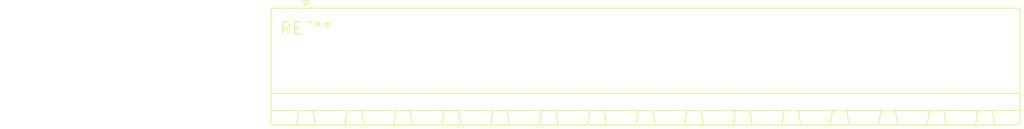
<source format=kicad_pcb>
(kicad_pcb (version 20240108) (generator pcbnew)
  (layers (0 "F.Cu" signal) (31 "B.Cu" signal) (34 "B.Paste" user) (35 "F.Paste" user) (36 "B.SilkS" user "B.Silkscreen") (37 "F.SilkS" user "F.Silkscreen") (38 "B.Mask" user) (39 "F.Mask" user) (44 "Edge.Cuts" user))
  (net 0 "")
  (footprint "PhoenixContact_MSTBA_2,5_15-G-5,08_1x15_P5.08mm_Horizontal" (layer "F.Cu") (at 0 0)
    (property "Reference" "REF**")
    (property "Value" "PhoenixContact_MSTBA_2,5_15-G-5,08_1x15_P5.08mm_Horizontal")
    (fp_line (start -3.65 -2.11) (end -3.65 10.11) (layer "F.SilkS") (stroke (width 0.12)))
    (fp_line (start -3.65 6.81) (end 74.77 6.81) (layer "F.SilkS") (stroke (width 0.12)))
    (fp_line (start -3.65 8.61) (end -3.65 6.81) (layer "F.SilkS") (stroke (width 0.12)))
    (fp_line (start -3.65 10.11) (end 74.77 10.11) (layer "F.SilkS") (stroke (width 0.12)))
    (fp_line (start -1 10.11) (end 1 10.11) (layer "F.SilkS") (stroke (width 0.12)))
    (fp_line (start -0.75 8.61) (end -1 10.11) (layer "F.SilkS") (stroke (width 0.12)))
    (fp_line (start -0.3 -2.91) (end 0.3 -2.91) (layer "F.SilkS") (stroke (width 0.12)))
    (fp_line (start 0 -2.31) (end -0.3 -2.91) (layer "F.SilkS") (stroke (width 0.12)))
    (fp_line (start 0.3 -2.91) (end 0 -2.31) (layer "F.SilkS") (stroke (width 0.12)))
    (fp_line (start 0.75 8.61) (end -0.75 8.61) (layer "F.SilkS") (stroke (width 0.12)))
    (fp_line (start 1 10.11) (end 0.75 8.61) (layer "F.SilkS") (stroke (width 0.12)))
    (fp_line (start 4.08 10.11) (end 6.08 10.11) (layer "F.SilkS") (stroke (width 0.12)))
    (fp_line (start 4.33 8.61) (end 4.08 10.11) (layer "F.SilkS") (stroke (width 0.12)))
    (fp_line (start 5.83 8.61) (end 4.33 8.61) (layer "F.SilkS") (stroke (width 0.12)))
    (fp_line (start 6.08 10.11) (end 5.83 8.61) (layer "F.SilkS") (stroke (width 0.12)))
    (fp_line (start 9.16 10.11) (end 11.16 10.11) (layer "F.SilkS") (stroke (width 0.12)))
    (fp_line (start 9.41 8.61) (end 9.16 10.11) (layer "F.SilkS") (stroke (width 0.12)))
    (fp_line (start 10.91 8.61) (end 9.41 8.61) (layer "F.SilkS") (stroke (width 0.12)))
    (fp_line (start 11.16 10.11) (end 10.91 8.61) (layer "F.SilkS") (stroke (width 0.12)))
    (fp_line (start 14.24 10.11) (end 16.24 10.11) (layer "F.SilkS") (stroke (width 0.12)))
    (fp_line (start 14.49 8.61) (end 14.24 10.11) (layer "F.SilkS") (stroke (width 0.12)))
    (fp_line (start 15.99 8.61) (end 14.49 8.61) (layer "F.SilkS") (stroke (width 0.12)))
    (fp_line (start 16.24 10.11) (end 15.99 8.61) (layer "F.SilkS") (stroke (width 0.12)))
    (fp_line (start 19.32 10.11) (end 21.32 10.11) (layer "F.SilkS") (stroke (width 0.12)))
    (fp_line (start 19.57 8.61) (end 19.32 10.11) (layer "F.SilkS") (stroke (width 0.12)))
    (fp_line (start 21.07 8.61) (end 19.57 8.61) (layer "F.SilkS") (stroke (width 0.12)))
    (fp_line (start 21.32 10.11) (end 21.07 8.61) (layer "F.SilkS") (stroke (width 0.12)))
    (fp_line (start 24.4 10.11) (end 26.4 10.11) (layer "F.SilkS") (stroke (width 0.12)))
    (fp_line (start 24.65 8.61) (end 24.4 10.11) (layer "F.SilkS") (stroke (width 0.12)))
    (fp_line (start 26.15 8.61) (end 24.65 8.61) (layer "F.SilkS") (stroke (width 0.12)))
    (fp_line (start 26.4 10.11) (end 26.15 8.61) (layer "F.SilkS") (stroke (width 0.12)))
    (fp_line (start 29.48 10.11) (end 31.48 10.11) (layer "F.SilkS") (stroke (width 0.12)))
    (fp_line (start 29.73 8.61) (end 29.48 10.11) (layer "F.SilkS") (stroke (width 0.12)))
    (fp_line (start 31.23 8.61) (end 29.73 8.61) (layer "F.SilkS") (stroke (width 0.12)))
    (fp_line (start 31.48 10.11) (end 31.23 8.61) (layer "F.SilkS") (stroke (width 0.12)))
    (fp_line (start 34.56 10.11) (end 36.56 10.11) (layer "F.SilkS") (stroke (width 0.12)))
    (fp_line (start 34.81 8.61) (end 34.56 10.11) (layer "F.SilkS") (stroke (width 0.12)))
    (fp_line (start 36.31 8.61) (end 34.81 8.61) (layer "F.SilkS") (stroke (width 0.12)))
    (fp_line (start 36.56 10.11) (end 36.31 8.61) (layer "F.SilkS") (stroke (width 0.12)))
    (fp_line (start 39.64 10.11) (end 41.64 10.11) (layer "F.SilkS") (stroke (width 0.12)))
    (fp_line (start 39.89 8.61) (end 39.64 10.11) (layer "F.SilkS") (stroke (width 0.12)))
    (fp_line (start 41.39 8.61) (end 39.89 8.61) (layer "F.SilkS") (stroke (width 0.12)))
    (fp_line (start 41.64 10.11) (end 41.39 8.61) (layer "F.SilkS") (stroke (width 0.12)))
    (fp_line (start 44.72 10.11) (end 46.72 10.11) (layer "F.SilkS") (stroke (width 0.12)))
    (fp_line (start 44.97 8.61) (end 44.72 10.11) (layer "F.SilkS") (stroke (width 0.12)))
    (fp_line (start 46.47 8.61) (end 44.97 8.61) (layer "F.SilkS") (stroke (width 0.12)))
    (fp_line (start 46.72 10.11) (end 46.47 8.61) (layer "F.SilkS") (stroke (width 0.12)))
    (fp_line (start 49.8 10.11) (end 51.8 10.11) (layer "F.SilkS") (stroke (width 0.12)))
    (fp_line (start 50.05 8.61) (end 49.8 10.11) (layer "F.SilkS") (stroke (width 0.12)))
    (fp_line (start 51.55 8.61) (end 50.05 8.61) (layer "F.SilkS") (stroke (width 0.12)))
    (fp_line (start 51.8 10.11) (end 51.55 8.61) (layer "F.SilkS") (stroke (width 0.12)))
    (fp_line (start 54.88 10.11) (end 56.88 10.11) (layer "F.SilkS") (stroke (width 0.12)))
    (fp_line (start 55.13 8.61) (end 54.88 10.11) (layer "F.SilkS") (stroke (width 0.12)))
    (fp_line (start 56.63 8.61) (end 55.13 8.61) (layer "F.SilkS") (stroke (width 0.12)))
    (fp_line (start 56.88 10.11) (end 56.63 8.61) (layer "F.SilkS") (stroke (width 0.12)))
    (fp_line (start 59.96 10.11) (end 61.96 10.11) (layer "F.SilkS") (stroke (width 0.12)))
    (fp_line (start 60.21 8.61) (end 59.96 10.11) (layer "F.SilkS") (stroke (width 0.12)))
    (fp_line (start 61.71 8.61) (end 60.21 8.61) (layer "F.SilkS") (stroke (width 0.12)))
    (fp_line (start 61.96 10.11) (end 61.71 8.61) (layer "F.SilkS") (stroke (width 0.12)))
    (fp_line (start 65.04 10.11) (end 67.04 10.11) (layer "F.SilkS") (stroke (width 0.12)))
    (fp_line (start 65.29 8.61) (end 65.04 10.11) (layer "F.SilkS") (stroke (width 0.12)))
    (fp_line (start 66.79 8.61) (end 65.29 8.61) (layer "F.SilkS") (stroke (width 0.12)))
    (fp_line (start 67.04 10.11) (end 66.79 8.61) (layer "F.SilkS") (stroke (width 0.12)))
    (fp_line (start 70.12 10.11) (end 72.12 10.11) (layer "F.SilkS") (stroke (width 0.12)))
    (fp_line (start 70.37 8.61) (end 70.12 10.11) (layer "F.SilkS") (stroke (width 0.12)))
    (fp_line (start 71.87 8.61) (end 70.37 8.61) (layer "F.SilkS") (stroke (width 0.12)))
    (fp_line (start 72.12 10.11) (end 71.87 8.61) (layer "F.SilkS") (stroke (width 0.12)))
    (fp_line (start 74.77 -2.11) (end -3.65 -2.11) (layer "F.SilkS") (stroke (width 0.12)))
    (fp_line (start 74.77 6.81) (end 74.77 8.61) (layer "F.SilkS") (stroke (width 0.12)))
    (fp_line (start 74.77 8.61) (end -3.65 8.61) (layer "F.SilkS") (stroke (width 0.12)))
    (fp_line (start 74.77 10.11) (end 74.77 -2.11) (layer "F.SilkS") (stroke (width 0.12)))
    (pad "1" thru_hole roundrect (at 0 0) (size 2.08 3.6) (drill 1.4) (layers *.Cu *.Mask) (remove_unused_layers) (roundrect_rratio 0.120192))
    (pad "2" thru_hole oval (at 5.08 0) (size 2.08 3.6) (drill 1.4) (layers *.Cu *.Mask) (remove_unused_layers))
    (pad "3" thru_hole oval (at 10.16 0) (size 2.08 3.6) (drill 1.4) (layers *.Cu *.Mask) (remove_unused_layers))
    (pad "4" thru_hole oval (at 15.24 0) (size 2.08 3.6) (drill 1.4) (layers *.Cu *.Mask) (remove_unused_layers))
    (pad "5" thru_hole oval (at 20.32 0) (size 2.08 3.6) (drill 1.4) (layers *.Cu *.Mask) (remove_unused_layers))
    (pad "6" thru_hole oval (at 25.4 0) (size 2.08 3.6) (drill 1.4) (layers *.Cu *.Mask) (remove_unused_layers))
    (pad "7" thru_hole oval (at 30.48 0) (size 2.08 3.6) (drill 1.4) (layers *.Cu *.Mask) (remove_unused_layers))
    (pad "8" thru_hole oval (at 35.56 0) (size 2.08 3.6) (drill 1.4) (layers *.Cu *.Mask) (remove_unused_layers))
    (pad "9" thru_hole oval (at 40.64 0) (size 2.08 3.6) (drill 1.4) (layers *.Cu *.Mask) (remove_unused_layers))
    (pad "10" thru_hole oval (at 45.72 0) (size 2.08 3.6) (drill 1.4) (layers *.Cu *.Mask) (remove_unused_layers))
    (pad "11" thru_hole oval (at 50.8 0) (size 2.08 3.6) (drill 1.4) (layers *.Cu *.Mask) (remove_unused_layers))
    (pad "12" thru_hole oval (at 55.88 0) (size 2.08 3.6) (drill 1.4) (layers *.Cu *.Mask) (remove_unused_layers))
    (pad "13" thru_hole oval (at 60.96 0) (size 2.08 3.6) (drill 1.4) (layers *.Cu *.Mask) (remove_unused_layers))
    (pad "14" thru_hole oval (at 66.04 0) (size 2.08 3.6) (drill 1.4) (layers *.Cu *.Mask) (remove_unused_layers))
    (pad "15" thru_hole oval (at 71.12 0) (size 2.08 3.6) (drill 1.4) (layers *.Cu *.Mask) (remove_unused_layers))
  )
)
</source>
